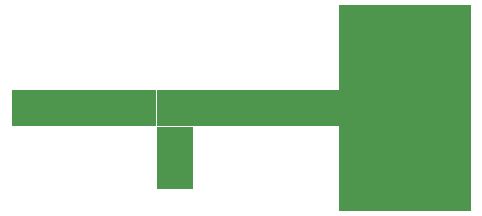
<source format=gbr>
G04 ===== Begin FILE IDENTIFICATION =====*
G04 File Format:  Gerber RS274X*
G04 ===== End FILE IDENTIFICATION =====*
%FSLAX24Y24*%
%MOIN*%
%SFA1.0000B1.0000*%
%OFA0.0B0.0*%
%ADD14R,0.440945X0.685039*%
%ADD15R,0.485827X0.121339*%
%ADD16R,0.121339X0.211417*%
%ADD17R,0.484252X0.121339*%
%LNcond*%
%IPPOS*%
%LPD*%
G75*
D14*
X2220Y0D03*
D15*
X-2413Y0D03*
D16*
X-5449Y-1664D03*
G36*
G01X-6056Y607D02*
G01Y-607D01*
G01X-4843D01*
G01Y607D01*
G01X-6056D01*
G37*
D17*
X-8477Y0D03*
M02*


</source>
